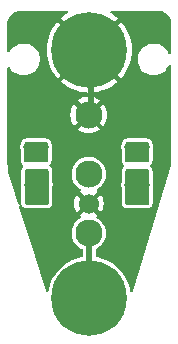
<source format=gbr>
%TF.GenerationSoftware,KiCad,Pcbnew,(6.0.11)*%
%TF.CreationDate,2023-02-05T15:16:19-06:00*%
%TF.ProjectId,Euclid Reverse Engineer,4575636c-6964-4205-9265-766572736520,rev?*%
%TF.SameCoordinates,Original*%
%TF.FileFunction,Copper,L1,Top*%
%TF.FilePolarity,Positive*%
%FSLAX46Y46*%
G04 Gerber Fmt 4.6, Leading zero omitted, Abs format (unit mm)*
G04 Created by KiCad (PCBNEW (6.0.11)) date 2023-02-05 15:16:19*
%MOMM*%
%LPD*%
G01*
G04 APERTURE LIST*
%TA.AperFunction,ComponentPad*%
%ADD10C,2.300000*%
%TD*%
%TA.AperFunction,ComponentPad*%
%ADD11C,1.700000*%
%TD*%
%TA.AperFunction,ComponentPad*%
%ADD12C,0.800000*%
%TD*%
%TA.AperFunction,ComponentPad*%
%ADD13C,6.400000*%
%TD*%
%TA.AperFunction,ViaPad*%
%ADD14C,0.800000*%
%TD*%
%TA.AperFunction,Conductor*%
%ADD15C,0.500000*%
%TD*%
G04 APERTURE END LIST*
D10*
%TO.P,J1,1,Pin_1*%
%TO.N,/sig*%
X150700000Y-113700000D03*
D11*
%TO.P,J1,2,Pin_2*%
%TO.N,/gnd*%
X150700000Y-111200000D03*
D10*
%TO.P,J1,3,Pin_3*%
%TO.N,/vcc*%
X150700000Y-108700000D03*
%TO.P,J1,4,Pin_4*%
%TO.N,/gnd*%
X150700000Y-103700000D03*
%TD*%
D12*
%TO.P,H2,1,1*%
%TO.N,/gnd*%
X148350000Y-98200000D03*
X149052944Y-99897056D03*
X152447056Y-96502944D03*
X149052944Y-96502944D03*
X150750000Y-100600000D03*
D13*
X150750000Y-98200000D03*
D12*
X150750000Y-95800000D03*
X152447056Y-99897056D03*
X153150000Y-98200000D03*
%TD*%
D13*
%TO.P,H1,1,1*%
%TO.N,/sig*%
X150750000Y-119200000D03*
D12*
X149052944Y-120897056D03*
X153150000Y-119200000D03*
X149052944Y-117502944D03*
X152447056Y-117502944D03*
X150750000Y-121600000D03*
X152447056Y-120897056D03*
X150750000Y-116800000D03*
X148350000Y-119200000D03*
%TD*%
D14*
%TO.N,/gnd*%
X147250000Y-115250000D03*
X146250000Y-103250000D03*
X156200000Y-95800000D03*
X154750000Y-114250000D03*
X155500000Y-103500000D03*
X146200000Y-114000000D03*
X145200000Y-95800000D03*
%TO.N,/vcc*%
X146900000Y-106400000D03*
X145600000Y-106400000D03*
X155450000Y-106400000D03*
X154150000Y-106400000D03*
%TO.N,/r to d 2*%
X154150000Y-109600000D03*
X155450000Y-109600000D03*
%TO.N,/r to d 1*%
X146950000Y-109600000D03*
X145650000Y-109600000D03*
%TD*%
D15*
%TO.N,/sig*%
X150750000Y-113500000D02*
X150750000Y-116800000D01*
%TO.N,/gnd*%
X150875000Y-101125000D02*
X150750000Y-101000000D01*
X150875000Y-103625000D02*
X150875000Y-101125000D01*
%TD*%
%TA.AperFunction,Conductor*%
%TO.N,/gnd*%
G36*
X148924232Y-94881162D02*
G01*
X148970725Y-94934818D01*
X148980829Y-95005092D01*
X148951335Y-95069672D01*
X148924736Y-95092832D01*
X148633848Y-95281737D01*
X148628493Y-95285628D01*
X148360760Y-95502434D01*
X148352292Y-95514692D01*
X148358625Y-95525782D01*
X150737188Y-97904345D01*
X150751132Y-97911959D01*
X150752965Y-97911828D01*
X150759580Y-97907577D01*
X153140509Y-95526648D01*
X153147649Y-95513572D01*
X153140191Y-95503203D01*
X152871507Y-95285628D01*
X152866152Y-95281737D01*
X152575264Y-95092832D01*
X152529028Y-95038956D01*
X152519258Y-94968635D01*
X152549058Y-94904195D01*
X152608967Y-94866096D01*
X152643889Y-94861160D01*
X156462683Y-94861160D01*
X156484563Y-94863074D01*
X156489145Y-94863882D01*
X156500000Y-94865796D01*
X156510856Y-94863882D01*
X156521878Y-94863882D01*
X156521878Y-94864439D01*
X156534152Y-94863848D01*
X156677762Y-94875150D01*
X156697288Y-94878243D01*
X156861036Y-94917555D01*
X156879835Y-94923663D01*
X157035409Y-94988103D01*
X157053021Y-94997076D01*
X157121365Y-95038956D01*
X157196609Y-95085064D01*
X157212598Y-95096680D01*
X157340655Y-95206049D01*
X157354630Y-95220025D01*
X157463998Y-95348076D01*
X157475619Y-95364069D01*
X157563612Y-95507655D01*
X157572580Y-95525254D01*
X157637027Y-95680835D01*
X157643137Y-95699638D01*
X157682452Y-95863382D01*
X157685545Y-95882910D01*
X157696838Y-96026353D01*
X157696241Y-96038789D01*
X157696777Y-96038789D01*
X157696777Y-96049814D01*
X157694864Y-96060668D01*
X157696778Y-96071521D01*
X157696778Y-96071524D01*
X157697585Y-96076097D01*
X157699500Y-96097980D01*
X157699500Y-98451782D01*
X157679498Y-98519903D01*
X157625842Y-98566396D01*
X157555568Y-98576500D01*
X157490988Y-98547006D01*
X157459305Y-98505032D01*
X157454933Y-98495655D01*
X157374035Y-98322171D01*
X157238495Y-98128599D01*
X157071401Y-97961505D01*
X156877829Y-97825965D01*
X156872851Y-97823644D01*
X156872848Y-97823642D01*
X156668645Y-97728420D01*
X156668643Y-97728419D01*
X156663663Y-97726097D01*
X156658355Y-97724675D01*
X156658353Y-97724674D01*
X156440723Y-97666361D01*
X156440722Y-97666361D01*
X156435408Y-97664937D01*
X156332318Y-97655918D01*
X156261690Y-97649738D01*
X156261683Y-97649738D01*
X156258966Y-97649500D01*
X156141034Y-97649500D01*
X156138317Y-97649738D01*
X156138310Y-97649738D01*
X156067682Y-97655918D01*
X155964592Y-97664937D01*
X155959278Y-97666361D01*
X155959277Y-97666361D01*
X155741647Y-97724674D01*
X155741645Y-97724675D01*
X155736337Y-97726097D01*
X155731357Y-97728419D01*
X155731355Y-97728420D01*
X155527152Y-97823642D01*
X155527149Y-97823644D01*
X155522171Y-97825965D01*
X155328599Y-97961505D01*
X155161505Y-98128599D01*
X155158348Y-98133107D01*
X155158346Y-98133110D01*
X155109433Y-98202965D01*
X155025965Y-98322170D01*
X155023642Y-98327152D01*
X155023639Y-98327157D01*
X154948618Y-98488041D01*
X154926097Y-98536337D01*
X154924675Y-98541645D01*
X154924674Y-98541647D01*
X154915335Y-98576500D01*
X154864937Y-98764592D01*
X154844341Y-99000000D01*
X154864937Y-99235408D01*
X154866361Y-99240722D01*
X154866361Y-99240723D01*
X154920208Y-99441683D01*
X154926097Y-99463663D01*
X154928419Y-99468643D01*
X154928420Y-99468645D01*
X155021942Y-99669201D01*
X155025965Y-99677829D01*
X155161505Y-99871401D01*
X155328599Y-100038495D01*
X155522171Y-100174035D01*
X155527149Y-100176356D01*
X155527152Y-100176358D01*
X155731355Y-100271580D01*
X155736337Y-100273903D01*
X155741645Y-100275325D01*
X155741647Y-100275326D01*
X155959277Y-100333639D01*
X155964592Y-100335063D01*
X156067682Y-100344082D01*
X156138310Y-100350262D01*
X156138317Y-100350262D01*
X156141034Y-100350500D01*
X156258966Y-100350500D01*
X156261683Y-100350262D01*
X156261690Y-100350262D01*
X156332318Y-100344082D01*
X156435408Y-100335063D01*
X156440723Y-100333639D01*
X156658353Y-100275326D01*
X156658355Y-100275325D01*
X156663663Y-100273903D01*
X156668645Y-100271580D01*
X156872848Y-100176358D01*
X156872851Y-100176356D01*
X156877829Y-100174035D01*
X157071401Y-100038495D01*
X157238495Y-99871401D01*
X157241655Y-99866889D01*
X157370878Y-99682339D01*
X157370881Y-99682334D01*
X157374035Y-99677830D01*
X157376358Y-99672848D01*
X157376361Y-99672843D01*
X157459305Y-99494968D01*
X157506222Y-99441683D01*
X157574500Y-99422222D01*
X157642460Y-99442764D01*
X157688525Y-99496787D01*
X157699500Y-99548218D01*
X157699500Y-107459055D01*
X157697200Y-107483020D01*
X157694906Y-107494862D01*
X157696637Y-107505748D01*
X157696557Y-107510504D01*
X157697527Y-107529866D01*
X157685090Y-107745568D01*
X157684082Y-107755784D01*
X157676754Y-107808125D01*
X157649984Y-107999323D01*
X157648147Y-108009425D01*
X157594335Y-108249368D01*
X157591682Y-108259287D01*
X157576889Y-108306750D01*
X157538318Y-108430506D01*
X157532205Y-108450118D01*
X157530024Y-108456142D01*
X157530093Y-108456167D01*
X157529049Y-108459084D01*
X157527878Y-108461914D01*
X157526989Y-108464843D01*
X157526986Y-108464851D01*
X157526313Y-108467070D01*
X157521466Y-108478344D01*
X157518079Y-108487831D01*
X157512627Y-108497411D01*
X157510780Y-108508278D01*
X157510779Y-108508281D01*
X157508268Y-108523051D01*
X157504617Y-108538537D01*
X154444462Y-118619049D01*
X154405535Y-118678422D01*
X154340687Y-118707324D01*
X154270508Y-118696579D01*
X154217279Y-118649598D01*
X154199446Y-118602159D01*
X154179221Y-118474467D01*
X154178705Y-118471206D01*
X154083742Y-118116801D01*
X153952255Y-117774264D01*
X153785682Y-117447348D01*
X153585851Y-117139634D01*
X153354949Y-116854494D01*
X153095506Y-116595051D01*
X152810366Y-116364149D01*
X152502652Y-116164318D01*
X152499718Y-116162823D01*
X152499711Y-116162819D01*
X152178676Y-115999243D01*
X152175736Y-115997745D01*
X151833199Y-115866258D01*
X151478794Y-115771295D01*
X151475535Y-115770779D01*
X151475531Y-115770778D01*
X151449547Y-115766663D01*
X151406789Y-115759891D01*
X151342637Y-115729479D01*
X151305110Y-115669211D01*
X151300500Y-115635442D01*
X151300500Y-115099691D01*
X151320502Y-115031570D01*
X151371068Y-114986539D01*
X151440623Y-114952465D01*
X151440627Y-114952463D01*
X151445264Y-114950191D01*
X151526492Y-114892252D01*
X151635242Y-114814681D01*
X151639445Y-114811683D01*
X151808397Y-114643320D01*
X151947582Y-114449623D01*
X151996106Y-114351444D01*
X152050969Y-114240437D01*
X152050970Y-114240435D01*
X152053263Y-114235795D01*
X152122600Y-114007577D01*
X152123275Y-114002451D01*
X152153296Y-113774421D01*
X152153297Y-113774414D01*
X152153733Y-113771099D01*
X152155471Y-113700000D01*
X152147755Y-113606143D01*
X152136351Y-113467435D01*
X152136350Y-113467429D01*
X152135927Y-113462284D01*
X152077821Y-113230952D01*
X152065415Y-113202420D01*
X151984772Y-113016953D01*
X151984770Y-113016950D01*
X151982712Y-113012216D01*
X151853155Y-112811951D01*
X151824360Y-112780305D01*
X151696107Y-112639358D01*
X151696105Y-112639357D01*
X151692629Y-112635536D01*
X151688578Y-112632337D01*
X151688574Y-112632333D01*
X151509500Y-112490909D01*
X151509496Y-112490907D01*
X151505445Y-112487707D01*
X151422210Y-112441759D01*
X151372240Y-112391328D01*
X151357468Y-112321885D01*
X151382584Y-112255479D01*
X151410833Y-112228238D01*
X151416321Y-112224395D01*
X151424696Y-112213918D01*
X151417628Y-112200471D01*
X150712812Y-111495655D01*
X150698868Y-111488041D01*
X150697035Y-111488172D01*
X150690420Y-111492423D01*
X149981651Y-112201192D01*
X149975221Y-112212967D01*
X149984516Y-112224981D01*
X149988184Y-112227549D01*
X150032514Y-112283006D01*
X150039825Y-112353625D01*
X150007795Y-112416986D01*
X149974098Y-112442526D01*
X149924414Y-112468390D01*
X149920281Y-112471493D01*
X149920278Y-112471495D01*
X149737810Y-112608497D01*
X149733675Y-112611602D01*
X149568887Y-112784042D01*
X149434475Y-112981082D01*
X149334051Y-113197428D01*
X149270309Y-113427272D01*
X149244963Y-113664440D01*
X149245260Y-113669592D01*
X149245260Y-113669596D01*
X149258396Y-113897403D01*
X149258397Y-113897409D01*
X149258694Y-113902562D01*
X149311131Y-114135245D01*
X149313075Y-114140032D01*
X149313076Y-114140036D01*
X149351960Y-114235795D01*
X149400867Y-114356239D01*
X149525493Y-114559609D01*
X149681660Y-114739894D01*
X149865176Y-114892252D01*
X150071112Y-115012591D01*
X150075941Y-115014435D01*
X150118448Y-115030667D01*
X150174952Y-115073654D01*
X150199245Y-115140365D01*
X150199500Y-115148377D01*
X150199500Y-115635442D01*
X150179498Y-115703563D01*
X150125842Y-115750056D01*
X150093212Y-115759890D01*
X150050453Y-115766663D01*
X150024469Y-115770778D01*
X150024465Y-115770779D01*
X150021206Y-115771295D01*
X149666801Y-115866258D01*
X149324264Y-115997745D01*
X149321324Y-115999243D01*
X149000289Y-116162819D01*
X149000282Y-116162823D01*
X148997348Y-116164318D01*
X148689634Y-116364149D01*
X148404494Y-116595051D01*
X148145051Y-116854494D01*
X147914149Y-117139634D01*
X147714318Y-117447348D01*
X147547745Y-117774264D01*
X147416258Y-118116801D01*
X147321295Y-118471206D01*
X147320779Y-118474467D01*
X147303599Y-118582935D01*
X147273187Y-118647088D01*
X147212918Y-118684615D01*
X147141929Y-118683601D01*
X147082757Y-118644368D01*
X147058949Y-118601011D01*
X146126683Y-115635442D01*
X144816623Y-111468098D01*
X144815276Y-111397115D01*
X144845673Y-111347781D01*
X144801904Y-111333213D01*
X144757355Y-111277932D01*
X144753563Y-111267501D01*
X144294761Y-109808037D01*
X143902209Y-108559317D01*
X143902116Y-108558903D01*
X143902164Y-108557513D01*
X143898342Y-108545753D01*
X143893128Y-108522307D01*
X143853720Y-108204442D01*
X143853280Y-108200348D01*
X143837510Y-108026877D01*
X143821193Y-107847395D01*
X143820889Y-107843298D01*
X143820164Y-107830797D01*
X143802333Y-107523564D01*
X143803233Y-107499567D01*
X143803411Y-107498233D01*
X143803411Y-107498230D01*
X143804872Y-107487302D01*
X143802507Y-107476533D01*
X143802216Y-107469539D01*
X143800500Y-107453720D01*
X143800500Y-106392611D01*
X144894394Y-106392611D01*
X144912999Y-106561135D01*
X144915609Y-106568267D01*
X144936826Y-106626245D01*
X144944500Y-106669546D01*
X144944500Y-107574000D01*
X144944860Y-107577346D01*
X144944860Y-107577351D01*
X144948209Y-107608497D01*
X144951481Y-107638937D01*
X144952199Y-107642237D01*
X144952199Y-107642238D01*
X144962431Y-107689277D01*
X144962435Y-107689292D01*
X144962867Y-107691279D01*
X144973825Y-107729488D01*
X144977802Y-107736288D01*
X145020924Y-107810020D01*
X145030504Y-107826401D01*
X145076997Y-107880057D01*
X145079309Y-107882237D01*
X145079311Y-107882239D01*
X145108682Y-107909932D01*
X145121733Y-107922238D01*
X145122811Y-107922786D01*
X145164556Y-107975260D01*
X145171702Y-108045896D01*
X145139525Y-108109182D01*
X145130362Y-108117968D01*
X145122351Y-108124910D01*
X145122348Y-108124913D01*
X145119943Y-108126997D01*
X145077762Y-108171733D01*
X145073680Y-108179761D01*
X145073678Y-108179764D01*
X145033244Y-108259287D01*
X145026877Y-108271810D01*
X145006875Y-108339931D01*
X145006234Y-108344387D01*
X145006233Y-108344393D01*
X145003353Y-108364427D01*
X144994500Y-108426000D01*
X144994500Y-109329065D01*
X144985893Y-109374834D01*
X144966524Y-109424513D01*
X144965532Y-109432046D01*
X144965532Y-109432047D01*
X144948225Y-109563514D01*
X144944394Y-109592611D01*
X144962999Y-109761135D01*
X144965609Y-109768267D01*
X144986826Y-109826245D01*
X144994500Y-109869546D01*
X144994500Y-111174000D01*
X144998673Y-111212812D01*
X144999042Y-111216245D01*
X144986436Y-111286114D01*
X144962620Y-111311694D01*
X144986981Y-111314726D01*
X145041510Y-111360192D01*
X145045588Y-111366701D01*
X145063376Y-111397115D01*
X145080504Y-111426401D01*
X145126997Y-111480057D01*
X145129309Y-111482237D01*
X145129311Y-111482239D01*
X145140002Y-111492320D01*
X145171733Y-111522238D01*
X145179761Y-111526320D01*
X145179764Y-111526322D01*
X145266619Y-111570484D01*
X145266623Y-111570485D01*
X145271810Y-111573123D01*
X145277396Y-111574763D01*
X145277398Y-111574764D01*
X145282204Y-111576175D01*
X145339931Y-111593125D01*
X145344387Y-111593766D01*
X145344393Y-111593767D01*
X145379964Y-111598881D01*
X145426000Y-111605500D01*
X147174000Y-111605500D01*
X147177346Y-111605140D01*
X147177351Y-111605140D01*
X147235573Y-111598881D01*
X147235580Y-111598880D01*
X147238937Y-111598519D01*
X147242238Y-111597801D01*
X147289277Y-111587569D01*
X147289292Y-111587565D01*
X147291279Y-111587133D01*
X147293242Y-111586570D01*
X147293250Y-111586568D01*
X147321916Y-111578347D01*
X147321919Y-111578346D01*
X147329488Y-111576175D01*
X147414730Y-111526322D01*
X147421380Y-111522433D01*
X147421384Y-111522430D01*
X147426401Y-111519496D01*
X147480057Y-111473003D01*
X147522238Y-111428267D01*
X147526320Y-111420239D01*
X147526322Y-111420236D01*
X147570484Y-111333381D01*
X147570485Y-111333377D01*
X147573123Y-111328190D01*
X147577077Y-111314726D01*
X147584549Y-111289277D01*
X147593125Y-111260069D01*
X147596164Y-111238937D01*
X147600384Y-111209580D01*
X147600974Y-111205475D01*
X149445704Y-111205475D01*
X149463809Y-111412409D01*
X149465712Y-111423204D01*
X149519474Y-111623848D01*
X149523220Y-111634140D01*
X149611010Y-111822406D01*
X149616488Y-111831892D01*
X149675604Y-111916320D01*
X149686082Y-111924695D01*
X149699530Y-111917627D01*
X150404345Y-111212812D01*
X150410723Y-111201132D01*
X150988041Y-111201132D01*
X150988172Y-111202965D01*
X150992423Y-111209580D01*
X151701192Y-111918349D01*
X151712966Y-111924779D01*
X151724982Y-111915482D01*
X151783512Y-111831892D01*
X151788990Y-111822406D01*
X151876780Y-111634140D01*
X151880526Y-111623848D01*
X151934288Y-111423204D01*
X151936191Y-111412409D01*
X151954296Y-111205475D01*
X151954296Y-111194525D01*
X151936191Y-110987591D01*
X151934288Y-110976796D01*
X151880526Y-110776152D01*
X151876780Y-110765860D01*
X151788990Y-110577594D01*
X151783512Y-110568108D01*
X151724396Y-110483680D01*
X151713918Y-110475305D01*
X151700470Y-110482373D01*
X150995655Y-111187188D01*
X150988041Y-111201132D01*
X150410723Y-111201132D01*
X150411959Y-111198868D01*
X150411828Y-111197035D01*
X150407577Y-111190420D01*
X149698808Y-110481651D01*
X149687034Y-110475221D01*
X149675018Y-110484518D01*
X149616488Y-110568108D01*
X149611010Y-110577594D01*
X149523220Y-110765860D01*
X149519474Y-110776152D01*
X149465712Y-110976796D01*
X149463809Y-110987591D01*
X149445704Y-111194525D01*
X149445704Y-111205475D01*
X147600974Y-111205475D01*
X147605500Y-111174000D01*
X147605500Y-109871940D01*
X147614593Y-109824944D01*
X147628765Y-109789691D01*
X147628767Y-109789684D01*
X147631601Y-109782634D01*
X147655490Y-109614778D01*
X147655645Y-109600000D01*
X147653840Y-109585080D01*
X147650224Y-109555201D01*
X147635276Y-109431680D01*
X147613634Y-109374406D01*
X147605500Y-109329868D01*
X147605500Y-108664440D01*
X149244963Y-108664440D01*
X149245260Y-108669592D01*
X149245260Y-108669596D01*
X149258396Y-108897403D01*
X149258397Y-108897409D01*
X149258694Y-108902562D01*
X149311131Y-109135245D01*
X149313075Y-109140032D01*
X149313076Y-109140036D01*
X149351960Y-109235795D01*
X149400867Y-109356239D01*
X149525493Y-109559609D01*
X149681660Y-109739894D01*
X149865176Y-109892252D01*
X149976671Y-109957404D01*
X149980576Y-109959686D01*
X150029299Y-110011325D01*
X150042370Y-110081108D01*
X150015638Y-110146880D01*
X149989274Y-110171688D01*
X149983679Y-110175606D01*
X149975305Y-110186082D01*
X149982373Y-110199530D01*
X150687188Y-110904345D01*
X150701132Y-110911959D01*
X150702965Y-110911828D01*
X150709580Y-110907577D01*
X151418349Y-110198808D01*
X151424779Y-110187033D01*
X151415481Y-110175016D01*
X151413698Y-110173767D01*
X151369371Y-110118309D01*
X151362063Y-110047689D01*
X151394096Y-109984330D01*
X151430539Y-109957405D01*
X151445264Y-109950191D01*
X151526492Y-109892252D01*
X151635242Y-109814681D01*
X151639445Y-109811683D01*
X151808397Y-109643320D01*
X151828907Y-109614778D01*
X151844835Y-109592611D01*
X153444394Y-109592611D01*
X153462999Y-109761135D01*
X153465609Y-109768267D01*
X153486826Y-109826245D01*
X153494500Y-109869546D01*
X153494500Y-111174000D01*
X153494860Y-111177346D01*
X153494860Y-111177351D01*
X153499042Y-111216245D01*
X153501481Y-111238937D01*
X153502199Y-111242237D01*
X153502199Y-111242238D01*
X153512431Y-111289277D01*
X153512435Y-111289292D01*
X153512867Y-111291279D01*
X153513430Y-111293242D01*
X153513432Y-111293250D01*
X153518722Y-111311694D01*
X153523825Y-111329488D01*
X153527802Y-111336288D01*
X153572321Y-111412409D01*
X153580504Y-111426401D01*
X153626997Y-111480057D01*
X153629309Y-111482237D01*
X153629311Y-111482239D01*
X153640002Y-111492320D01*
X153671733Y-111522238D01*
X153679761Y-111526320D01*
X153679764Y-111526322D01*
X153766619Y-111570484D01*
X153766623Y-111570485D01*
X153771810Y-111573123D01*
X153777396Y-111574763D01*
X153777398Y-111574764D01*
X153782204Y-111576175D01*
X153839931Y-111593125D01*
X153844387Y-111593766D01*
X153844393Y-111593767D01*
X153879964Y-111598881D01*
X153926000Y-111605500D01*
X155674000Y-111605500D01*
X155677346Y-111605140D01*
X155677351Y-111605140D01*
X155735573Y-111598881D01*
X155735580Y-111598880D01*
X155738937Y-111598519D01*
X155742238Y-111597801D01*
X155789277Y-111587569D01*
X155789292Y-111587565D01*
X155791279Y-111587133D01*
X155793242Y-111586570D01*
X155793250Y-111586568D01*
X155821916Y-111578347D01*
X155821919Y-111578346D01*
X155829488Y-111576175D01*
X155914730Y-111526322D01*
X155921380Y-111522433D01*
X155921384Y-111522430D01*
X155926401Y-111519496D01*
X155980057Y-111473003D01*
X156022238Y-111428267D01*
X156026320Y-111420239D01*
X156026322Y-111420236D01*
X156070484Y-111333381D01*
X156070485Y-111333377D01*
X156073123Y-111328190D01*
X156077077Y-111314726D01*
X156084549Y-111289277D01*
X156093125Y-111260069D01*
X156096164Y-111238937D01*
X156100384Y-111209580D01*
X156105500Y-111174000D01*
X156105500Y-109871940D01*
X156114593Y-109824944D01*
X156128765Y-109789691D01*
X156128767Y-109789684D01*
X156131601Y-109782634D01*
X156155490Y-109614778D01*
X156155645Y-109600000D01*
X156153840Y-109585080D01*
X156150224Y-109555201D01*
X156135276Y-109431680D01*
X156113634Y-109374406D01*
X156105500Y-109329868D01*
X156105500Y-108426000D01*
X156098519Y-108361063D01*
X156092982Y-108335607D01*
X156087569Y-108310723D01*
X156087565Y-108310708D01*
X156087133Y-108308721D01*
X156076175Y-108270512D01*
X156050269Y-108226216D01*
X156022433Y-108178620D01*
X156022430Y-108178616D01*
X156019496Y-108173599D01*
X155973003Y-108119943D01*
X155970687Y-108117759D01*
X155970680Y-108117752D01*
X155941319Y-108090068D01*
X155905477Y-108028783D01*
X155908458Y-107957849D01*
X155945244Y-107903169D01*
X155977652Y-107875087D01*
X155977653Y-107875086D01*
X155980057Y-107873003D01*
X156022238Y-107828267D01*
X156026320Y-107820239D01*
X156026322Y-107820236D01*
X156070484Y-107733381D01*
X156070485Y-107733377D01*
X156073123Y-107728190D01*
X156093125Y-107660069D01*
X156096164Y-107638937D01*
X156104858Y-107578463D01*
X156105500Y-107574000D01*
X156105500Y-106671940D01*
X156114593Y-106624944D01*
X156128765Y-106589691D01*
X156128767Y-106589684D01*
X156131601Y-106582634D01*
X156155490Y-106414778D01*
X156155645Y-106400000D01*
X156153840Y-106385080D01*
X156136188Y-106239220D01*
X156135276Y-106231680D01*
X156113634Y-106174406D01*
X156106022Y-106132727D01*
X156105681Y-106132745D01*
X156105538Y-106130075D01*
X156105500Y-106129868D01*
X156105500Y-106126000D01*
X156098519Y-106061063D01*
X156092982Y-106035607D01*
X156087569Y-106010723D01*
X156087565Y-106010708D01*
X156087133Y-106008721D01*
X156076175Y-105970512D01*
X156019496Y-105873599D01*
X155973003Y-105819943D01*
X155928267Y-105777762D01*
X155920239Y-105773680D01*
X155920236Y-105773678D01*
X155833381Y-105729516D01*
X155833377Y-105729515D01*
X155828190Y-105726877D01*
X155822604Y-105725237D01*
X155822602Y-105725236D01*
X155782400Y-105713432D01*
X155760069Y-105706875D01*
X155755613Y-105706234D01*
X155755607Y-105706233D01*
X155709772Y-105699643D01*
X155674000Y-105694500D01*
X153926000Y-105694500D01*
X153922654Y-105694860D01*
X153922649Y-105694860D01*
X153864427Y-105701119D01*
X153864420Y-105701120D01*
X153861063Y-105701481D01*
X153857763Y-105702199D01*
X153857762Y-105702199D01*
X153810723Y-105712431D01*
X153810708Y-105712435D01*
X153808721Y-105712867D01*
X153806758Y-105713430D01*
X153806750Y-105713432D01*
X153778084Y-105721653D01*
X153778081Y-105721654D01*
X153770512Y-105723825D01*
X153763712Y-105727802D01*
X153678620Y-105777567D01*
X153678616Y-105777570D01*
X153673599Y-105780504D01*
X153619943Y-105826997D01*
X153577762Y-105871733D01*
X153573680Y-105879761D01*
X153573678Y-105879764D01*
X153530994Y-105963712D01*
X153526877Y-105971810D01*
X153506875Y-106039931D01*
X153506234Y-106044387D01*
X153506233Y-106044393D01*
X153503353Y-106064427D01*
X153494500Y-106126000D01*
X153494500Y-106130507D01*
X153494179Y-106134992D01*
X153493396Y-106134936D01*
X153485893Y-106174834D01*
X153466524Y-106224513D01*
X153444394Y-106392611D01*
X153462999Y-106561135D01*
X153465609Y-106568267D01*
X153486826Y-106626245D01*
X153494500Y-106669546D01*
X153494500Y-107574000D01*
X153494860Y-107577346D01*
X153494860Y-107577351D01*
X153498209Y-107608497D01*
X153501481Y-107638937D01*
X153502199Y-107642237D01*
X153502199Y-107642238D01*
X153512431Y-107689277D01*
X153512435Y-107689292D01*
X153512867Y-107691279D01*
X153523825Y-107729488D01*
X153527802Y-107736288D01*
X153570924Y-107810020D01*
X153580504Y-107826401D01*
X153626997Y-107880057D01*
X153629311Y-107882239D01*
X153629320Y-107882248D01*
X153658681Y-107909932D01*
X153694523Y-107971217D01*
X153691542Y-108042151D01*
X153654756Y-108096831D01*
X153622348Y-108124913D01*
X153619943Y-108126997D01*
X153577762Y-108171733D01*
X153573680Y-108179761D01*
X153573678Y-108179764D01*
X153533244Y-108259287D01*
X153526877Y-108271810D01*
X153506875Y-108339931D01*
X153506234Y-108344387D01*
X153506233Y-108344393D01*
X153503353Y-108364427D01*
X153494500Y-108426000D01*
X153494500Y-109329065D01*
X153485893Y-109374834D01*
X153466524Y-109424513D01*
X153465532Y-109432046D01*
X153465532Y-109432047D01*
X153448225Y-109563514D01*
X153444394Y-109592611D01*
X151844835Y-109592611D01*
X151944564Y-109453823D01*
X151947582Y-109449623D01*
X151995456Y-109352759D01*
X152050969Y-109240437D01*
X152050970Y-109240435D01*
X152053263Y-109235795D01*
X152122600Y-109007577D01*
X152123275Y-109002451D01*
X152153296Y-108774421D01*
X152153297Y-108774414D01*
X152153733Y-108771099D01*
X152155471Y-108700000D01*
X152143879Y-108559008D01*
X152136351Y-108467435D01*
X152136350Y-108467429D01*
X152135927Y-108462284D01*
X152089660Y-108278084D01*
X152079080Y-108235963D01*
X152079079Y-108235959D01*
X152077821Y-108230952D01*
X152064514Y-108200348D01*
X151984772Y-108016953D01*
X151984770Y-108016950D01*
X151982712Y-108012216D01*
X151853155Y-107811951D01*
X151824360Y-107780305D01*
X151696107Y-107639358D01*
X151696105Y-107639357D01*
X151692629Y-107635536D01*
X151688578Y-107632337D01*
X151688574Y-107632333D01*
X151509500Y-107490909D01*
X151509496Y-107490907D01*
X151505445Y-107487707D01*
X151498801Y-107484039D01*
X151443877Y-107453720D01*
X151296631Y-107372436D01*
X151291762Y-107370712D01*
X151291758Y-107370710D01*
X151076663Y-107294541D01*
X151076661Y-107294540D01*
X151071794Y-107292817D01*
X150954383Y-107271902D01*
X150842060Y-107251894D01*
X150842056Y-107251894D01*
X150836972Y-107250988D01*
X150753140Y-107249964D01*
X150603640Y-107248137D01*
X150603638Y-107248137D01*
X150598471Y-107248074D01*
X150362698Y-107284153D01*
X150135982Y-107358255D01*
X150131394Y-107360643D01*
X150131390Y-107360645D01*
X149952595Y-107453720D01*
X149924414Y-107468390D01*
X149920281Y-107471493D01*
X149920278Y-107471495D01*
X149737810Y-107608497D01*
X149733675Y-107611602D01*
X149691623Y-107655607D01*
X149622261Y-107728190D01*
X149568887Y-107784042D01*
X149565973Y-107788314D01*
X149565972Y-107788315D01*
X149501901Y-107882239D01*
X149434475Y-107981082D01*
X149389598Y-108077762D01*
X149347153Y-108169203D01*
X149334051Y-108197428D01*
X149270309Y-108427272D01*
X149269760Y-108432409D01*
X149247469Y-108640994D01*
X149244963Y-108664440D01*
X147605500Y-108664440D01*
X147605500Y-108426000D01*
X147598519Y-108361063D01*
X147592982Y-108335607D01*
X147587569Y-108310723D01*
X147587565Y-108310708D01*
X147587133Y-108308721D01*
X147576175Y-108270512D01*
X147550269Y-108226216D01*
X147522433Y-108178620D01*
X147522430Y-108178616D01*
X147519496Y-108173599D01*
X147473003Y-108119943D01*
X147448491Y-108096831D01*
X147434826Y-108083946D01*
X147434824Y-108083945D01*
X147428267Y-108077762D01*
X147427189Y-108077214D01*
X147385444Y-108024740D01*
X147378298Y-107954104D01*
X147410475Y-107890818D01*
X147419638Y-107882032D01*
X147427649Y-107875090D01*
X147427654Y-107875085D01*
X147430057Y-107873003D01*
X147472238Y-107828267D01*
X147476320Y-107820239D01*
X147476322Y-107820236D01*
X147520484Y-107733381D01*
X147520485Y-107733377D01*
X147523123Y-107728190D01*
X147543125Y-107660069D01*
X147546164Y-107638937D01*
X147554858Y-107578463D01*
X147555500Y-107574000D01*
X147555500Y-106671940D01*
X147564593Y-106624944D01*
X147578765Y-106589691D01*
X147578767Y-106589684D01*
X147581601Y-106582634D01*
X147605490Y-106414778D01*
X147605645Y-106400000D01*
X147603840Y-106385080D01*
X147586188Y-106239220D01*
X147585276Y-106231680D01*
X147563634Y-106174406D01*
X147556022Y-106132727D01*
X147555681Y-106132745D01*
X147555538Y-106130075D01*
X147555500Y-106129868D01*
X147555500Y-106126000D01*
X147548519Y-106061063D01*
X147542982Y-106035607D01*
X147537569Y-106010723D01*
X147537565Y-106010708D01*
X147537133Y-106008721D01*
X147526175Y-105970512D01*
X147469496Y-105873599D01*
X147423003Y-105819943D01*
X147378267Y-105777762D01*
X147370239Y-105773680D01*
X147370236Y-105773678D01*
X147283381Y-105729516D01*
X147283377Y-105729515D01*
X147278190Y-105726877D01*
X147272604Y-105725237D01*
X147272602Y-105725236D01*
X147232400Y-105713432D01*
X147210069Y-105706875D01*
X147205613Y-105706234D01*
X147205607Y-105706233D01*
X147159772Y-105699643D01*
X147124000Y-105694500D01*
X145376000Y-105694500D01*
X145372654Y-105694860D01*
X145372649Y-105694860D01*
X145314427Y-105701119D01*
X145314420Y-105701120D01*
X145311063Y-105701481D01*
X145307763Y-105702199D01*
X145307762Y-105702199D01*
X145260723Y-105712431D01*
X145260708Y-105712435D01*
X145258721Y-105712867D01*
X145256758Y-105713430D01*
X145256750Y-105713432D01*
X145228084Y-105721653D01*
X145228081Y-105721654D01*
X145220512Y-105723825D01*
X145213712Y-105727802D01*
X145128620Y-105777567D01*
X145128616Y-105777570D01*
X145123599Y-105780504D01*
X145069943Y-105826997D01*
X145027762Y-105871733D01*
X145023680Y-105879761D01*
X145023678Y-105879764D01*
X144980994Y-105963712D01*
X144976877Y-105971810D01*
X144956875Y-106039931D01*
X144956234Y-106044387D01*
X144956233Y-106044393D01*
X144953353Y-106064427D01*
X144944500Y-106126000D01*
X144944500Y-106130507D01*
X144944179Y-106134992D01*
X144943396Y-106134936D01*
X144935893Y-106174834D01*
X144916524Y-106224513D01*
X144894394Y-106392611D01*
X143800500Y-106392611D01*
X143800500Y-104930421D01*
X149758567Y-104930421D01*
X149765354Y-104940122D01*
X149782351Y-104954638D01*
X149790333Y-104960438D01*
X149989919Y-105082745D01*
X149998713Y-105087226D01*
X150214970Y-105176802D01*
X150224355Y-105179851D01*
X150451964Y-105234496D01*
X150461711Y-105236039D01*
X150695070Y-105254405D01*
X150704930Y-105254405D01*
X150938289Y-105236039D01*
X150948036Y-105234496D01*
X151175645Y-105179851D01*
X151185030Y-105176802D01*
X151401287Y-105087226D01*
X151410081Y-105082745D01*
X151609667Y-104960438D01*
X151617649Y-104954638D01*
X151633076Y-104941463D01*
X151641506Y-104928549D01*
X151635499Y-104918342D01*
X150712812Y-103995655D01*
X150698868Y-103988041D01*
X150697035Y-103988172D01*
X150690420Y-103992423D01*
X149765959Y-104916884D01*
X149758567Y-104930421D01*
X143800500Y-104930421D01*
X143800500Y-103704930D01*
X149145595Y-103704930D01*
X149163961Y-103938289D01*
X149165504Y-103948036D01*
X149220149Y-104175645D01*
X149223198Y-104185030D01*
X149312774Y-104401287D01*
X149317255Y-104410081D01*
X149439562Y-104609667D01*
X149445362Y-104617649D01*
X149458537Y-104633076D01*
X149471451Y-104641506D01*
X149481658Y-104635499D01*
X150404345Y-103712812D01*
X150410723Y-103701132D01*
X150988041Y-103701132D01*
X150988172Y-103702965D01*
X150992423Y-103709580D01*
X151916884Y-104634041D01*
X151930421Y-104641433D01*
X151940122Y-104634646D01*
X151954638Y-104617649D01*
X151960438Y-104609667D01*
X152082745Y-104410081D01*
X152087226Y-104401287D01*
X152176802Y-104185030D01*
X152179851Y-104175645D01*
X152234496Y-103948036D01*
X152236039Y-103938289D01*
X152254405Y-103704930D01*
X152254405Y-103695070D01*
X152236039Y-103461711D01*
X152234496Y-103451964D01*
X152179851Y-103224355D01*
X152176802Y-103214970D01*
X152087226Y-102998713D01*
X152082745Y-102989919D01*
X151960438Y-102790333D01*
X151954638Y-102782351D01*
X151941463Y-102766924D01*
X151928549Y-102758494D01*
X151918342Y-102764501D01*
X150995655Y-103687188D01*
X150988041Y-103701132D01*
X150410723Y-103701132D01*
X150411959Y-103698868D01*
X150411828Y-103697035D01*
X150407577Y-103690420D01*
X149483116Y-102765959D01*
X149469579Y-102758567D01*
X149459878Y-102765354D01*
X149445362Y-102782351D01*
X149439562Y-102790333D01*
X149317255Y-102989919D01*
X149312774Y-102998713D01*
X149223198Y-103214970D01*
X149220149Y-103224355D01*
X149165504Y-103451964D01*
X149163961Y-103461711D01*
X149145595Y-103695070D01*
X149145595Y-103704930D01*
X143800500Y-103704930D01*
X143800500Y-102471451D01*
X149758494Y-102471451D01*
X149764501Y-102481658D01*
X150687188Y-103404345D01*
X150701132Y-103411959D01*
X150702965Y-103411828D01*
X150709580Y-103407577D01*
X151634041Y-102483116D01*
X151641433Y-102469579D01*
X151634646Y-102459878D01*
X151617649Y-102445362D01*
X151609667Y-102439562D01*
X151410081Y-102317255D01*
X151401287Y-102312774D01*
X151185030Y-102223198D01*
X151175645Y-102220149D01*
X150948036Y-102165504D01*
X150938289Y-102163961D01*
X150704930Y-102145595D01*
X150695070Y-102145595D01*
X150461711Y-102163961D01*
X150451964Y-102165504D01*
X150224355Y-102220149D01*
X150214970Y-102223198D01*
X149998713Y-102312774D01*
X149989919Y-102317255D01*
X149790333Y-102439562D01*
X149782351Y-102445362D01*
X149766924Y-102458537D01*
X149758494Y-102471451D01*
X143800500Y-102471451D01*
X143800500Y-100886428D01*
X148352351Y-100886428D01*
X148359809Y-100896797D01*
X148628493Y-101114372D01*
X148633844Y-101118260D01*
X148944761Y-101320172D01*
X148950471Y-101323469D01*
X149280799Y-101491779D01*
X149286824Y-101494461D01*
X149632922Y-101627316D01*
X149639204Y-101629357D01*
X149997302Y-101725308D01*
X150003752Y-101726679D01*
X150369933Y-101784678D01*
X150376471Y-101785364D01*
X150746699Y-101804767D01*
X150753301Y-101804767D01*
X151123529Y-101785364D01*
X151130067Y-101784678D01*
X151496248Y-101726679D01*
X151502698Y-101725308D01*
X151860796Y-101629357D01*
X151867078Y-101627316D01*
X152213176Y-101494461D01*
X152219201Y-101491779D01*
X152549529Y-101323469D01*
X152555239Y-101320172D01*
X152866156Y-101118260D01*
X152871507Y-101114372D01*
X153139240Y-100897566D01*
X153147708Y-100885308D01*
X153141375Y-100874218D01*
X150762812Y-98495655D01*
X150748868Y-98488041D01*
X150747035Y-98488172D01*
X150740420Y-98492423D01*
X148359491Y-100873352D01*
X148352351Y-100886428D01*
X143800500Y-100886428D01*
X143800500Y-99755452D01*
X143820502Y-99687331D01*
X143874158Y-99640838D01*
X143944432Y-99630734D01*
X144009012Y-99660228D01*
X144029713Y-99683182D01*
X144161505Y-99871401D01*
X144328599Y-100038495D01*
X144522171Y-100174035D01*
X144527149Y-100176356D01*
X144527152Y-100176358D01*
X144731355Y-100271580D01*
X144736337Y-100273903D01*
X144741645Y-100275325D01*
X144741647Y-100275326D01*
X144959277Y-100333639D01*
X144964592Y-100335063D01*
X145067682Y-100344082D01*
X145138310Y-100350262D01*
X145138317Y-100350262D01*
X145141034Y-100350500D01*
X145258966Y-100350500D01*
X145261683Y-100350262D01*
X145261690Y-100350262D01*
X145332318Y-100344082D01*
X145435408Y-100335063D01*
X145440723Y-100333639D01*
X145658353Y-100275326D01*
X145658355Y-100275325D01*
X145663663Y-100273903D01*
X145668645Y-100271580D01*
X145872848Y-100176358D01*
X145872851Y-100176356D01*
X145877829Y-100174035D01*
X146071401Y-100038495D01*
X146238495Y-99871401D01*
X146241655Y-99866889D01*
X146370878Y-99682339D01*
X146370881Y-99682334D01*
X146374035Y-99677830D01*
X146376358Y-99672848D01*
X146376361Y-99672843D01*
X146471580Y-99468645D01*
X146471581Y-99468644D01*
X146473903Y-99463663D01*
X146479793Y-99441683D01*
X146533639Y-99240723D01*
X146533639Y-99240722D01*
X146535063Y-99235408D01*
X146555659Y-99000000D01*
X146535063Y-98764592D01*
X146484665Y-98576500D01*
X146475326Y-98541647D01*
X146475325Y-98541645D01*
X146473903Y-98536337D01*
X146454933Y-98495655D01*
X146376358Y-98327152D01*
X146376356Y-98327149D01*
X146374035Y-98322171D01*
X146290802Y-98203301D01*
X147145233Y-98203301D01*
X147164636Y-98573529D01*
X147165322Y-98580067D01*
X147223321Y-98946248D01*
X147224692Y-98952698D01*
X147320643Y-99310796D01*
X147322684Y-99317078D01*
X147455539Y-99663176D01*
X147458221Y-99669201D01*
X147626531Y-99999529D01*
X147629828Y-100005239D01*
X147831740Y-100316156D01*
X147835628Y-100321507D01*
X148052434Y-100589240D01*
X148064692Y-100597708D01*
X148075782Y-100591375D01*
X150454345Y-98212812D01*
X150460723Y-98201132D01*
X151038041Y-98201132D01*
X151038172Y-98202965D01*
X151042423Y-98209580D01*
X153423352Y-100590509D01*
X153436428Y-100597649D01*
X153446797Y-100590191D01*
X153664372Y-100321507D01*
X153668260Y-100316156D01*
X153870172Y-100005239D01*
X153873469Y-99999529D01*
X154041779Y-99669201D01*
X154044461Y-99663176D01*
X154177316Y-99317078D01*
X154179357Y-99310796D01*
X154275308Y-98952698D01*
X154276679Y-98946248D01*
X154334678Y-98580067D01*
X154335364Y-98573529D01*
X154354767Y-98203301D01*
X154354767Y-98196699D01*
X154335364Y-97826471D01*
X154334678Y-97819933D01*
X154276679Y-97453752D01*
X154275308Y-97447302D01*
X154179357Y-97089204D01*
X154177316Y-97082922D01*
X154044461Y-96736824D01*
X154041779Y-96730799D01*
X153873469Y-96400471D01*
X153870172Y-96394761D01*
X153668260Y-96083844D01*
X153664372Y-96078493D01*
X153447566Y-95810760D01*
X153435308Y-95802292D01*
X153424218Y-95808625D01*
X151045655Y-98187188D01*
X151038041Y-98201132D01*
X150460723Y-98201132D01*
X150461959Y-98198868D01*
X150461828Y-98197035D01*
X150457577Y-98190420D01*
X148076648Y-95809491D01*
X148063572Y-95802351D01*
X148053203Y-95809809D01*
X147835628Y-96078493D01*
X147831740Y-96083844D01*
X147629828Y-96394761D01*
X147626531Y-96400471D01*
X147458221Y-96730799D01*
X147455539Y-96736824D01*
X147322684Y-97082922D01*
X147320643Y-97089204D01*
X147224692Y-97447302D01*
X147223321Y-97453752D01*
X147165322Y-97819933D01*
X147164636Y-97826471D01*
X147145233Y-98196699D01*
X147145233Y-98203301D01*
X146290802Y-98203301D01*
X146238495Y-98128599D01*
X146071401Y-97961505D01*
X145877829Y-97825965D01*
X145872851Y-97823644D01*
X145872848Y-97823642D01*
X145668645Y-97728420D01*
X145668643Y-97728419D01*
X145663663Y-97726097D01*
X145658355Y-97724675D01*
X145658353Y-97724674D01*
X145440723Y-97666361D01*
X145440722Y-97666361D01*
X145435408Y-97664937D01*
X145332318Y-97655918D01*
X145261690Y-97649738D01*
X145261683Y-97649738D01*
X145258966Y-97649500D01*
X145141034Y-97649500D01*
X145138317Y-97649738D01*
X145138310Y-97649738D01*
X145067682Y-97655918D01*
X144964592Y-97664937D01*
X144959278Y-97666361D01*
X144959277Y-97666361D01*
X144741647Y-97724674D01*
X144741645Y-97724675D01*
X144736337Y-97726097D01*
X144731357Y-97728419D01*
X144731355Y-97728420D01*
X144527152Y-97823642D01*
X144527149Y-97823644D01*
X144522171Y-97825965D01*
X144328599Y-97961505D01*
X144161505Y-98128599D01*
X144158348Y-98133107D01*
X144158346Y-98133110D01*
X144029713Y-98316817D01*
X143974256Y-98361145D01*
X143903636Y-98368454D01*
X143840276Y-98336423D01*
X143804291Y-98275222D01*
X143800500Y-98244546D01*
X143800500Y-96097980D01*
X143802415Y-96076097D01*
X143803221Y-96071525D01*
X143803221Y-96071524D01*
X143805136Y-96060668D01*
X143803222Y-96049810D01*
X143803222Y-96038788D01*
X143803779Y-96038788D01*
X143803189Y-96026509D01*
X143814494Y-95882916D01*
X143817587Y-95863388D01*
X143856901Y-95699652D01*
X143863011Y-95680849D01*
X143926886Y-95526648D01*
X143927454Y-95525277D01*
X143936428Y-95507666D01*
X144024416Y-95364089D01*
X144036037Y-95348094D01*
X144068260Y-95310367D01*
X144145403Y-95220047D01*
X144159374Y-95206077D01*
X144287425Y-95096714D01*
X144303412Y-95085099D01*
X144446994Y-94997113D01*
X144464609Y-94988138D01*
X144511695Y-94968635D01*
X144620177Y-94923701D01*
X144638976Y-94917593D01*
X144802718Y-94878282D01*
X144822244Y-94875189D01*
X144966004Y-94863875D01*
X144978122Y-94864458D01*
X144978122Y-94863881D01*
X144989142Y-94863881D01*
X145000000Y-94865796D01*
X145010855Y-94863882D01*
X145010856Y-94863882D01*
X145015437Y-94863074D01*
X145037317Y-94861160D01*
X148856111Y-94861160D01*
X148924232Y-94881162D01*
G37*
%TD.AperFunction*%
%TD*%
%TA.AperFunction,Conductor*%
%TO.N,/vcc*%
G36*
X147192121Y-106020002D02*
G01*
X147238614Y-106073658D01*
X147250000Y-106126000D01*
X147250000Y-107574000D01*
X147229998Y-107642121D01*
X147176342Y-107688614D01*
X147124000Y-107700000D01*
X145376000Y-107700000D01*
X145307879Y-107679998D01*
X145261386Y-107626342D01*
X145250000Y-107574000D01*
X145250000Y-106126000D01*
X145270002Y-106057879D01*
X145323658Y-106011386D01*
X145376000Y-106000000D01*
X147124000Y-106000000D01*
X147192121Y-106020002D01*
G37*
%TD.AperFunction*%
%TD*%
%TA.AperFunction,Conductor*%
%TO.N,/vcc*%
G36*
X155742121Y-106020002D02*
G01*
X155788614Y-106073658D01*
X155800000Y-106126000D01*
X155800000Y-107574000D01*
X155779998Y-107642121D01*
X155726342Y-107688614D01*
X155674000Y-107700000D01*
X153926000Y-107700000D01*
X153857879Y-107679998D01*
X153811386Y-107626342D01*
X153800000Y-107574000D01*
X153800000Y-106126000D01*
X153820002Y-106057879D01*
X153873658Y-106011386D01*
X153926000Y-106000000D01*
X155674000Y-106000000D01*
X155742121Y-106020002D01*
G37*
%TD.AperFunction*%
%TD*%
%TA.AperFunction,Conductor*%
%TO.N,/r to d 1*%
G36*
X147242121Y-108320002D02*
G01*
X147288614Y-108373658D01*
X147300000Y-108426000D01*
X147300000Y-111174000D01*
X147279998Y-111242121D01*
X147226342Y-111288614D01*
X147174000Y-111300000D01*
X145426000Y-111300000D01*
X145357879Y-111279998D01*
X145311386Y-111226342D01*
X145300000Y-111174000D01*
X145300000Y-108426000D01*
X145320002Y-108357879D01*
X145373658Y-108311386D01*
X145426000Y-108300000D01*
X147174000Y-108300000D01*
X147242121Y-108320002D01*
G37*
%TD.AperFunction*%
%TD*%
%TA.AperFunction,Conductor*%
%TO.N,/r to d 2*%
G36*
X155742121Y-108320002D02*
G01*
X155788614Y-108373658D01*
X155800000Y-108426000D01*
X155800000Y-111174000D01*
X155779998Y-111242121D01*
X155726342Y-111288614D01*
X155674000Y-111300000D01*
X153926000Y-111300000D01*
X153857879Y-111279998D01*
X153811386Y-111226342D01*
X153800000Y-111174000D01*
X153800000Y-108426000D01*
X153820002Y-108357879D01*
X153873658Y-108311386D01*
X153926000Y-108300000D01*
X155674000Y-108300000D01*
X155742121Y-108320002D01*
G37*
%TD.AperFunction*%
%TD*%
M02*

</source>
